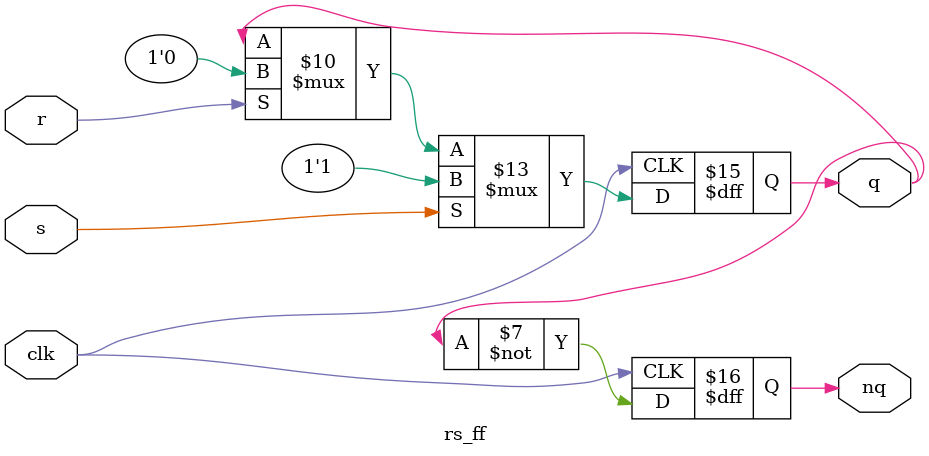
<source format=v>
module rs_ff(clk, r,s,q,nq);
input clk;
input r, s;
output reg q, nq;

always@(posedge clk)
begin
    if (s == 1)
    begin
        q<=1;
    end
    else if (r == 1)
    begin
        q<=0;
    end
    else if (s == 0 & r == 0)
    begin
        q <= q;
        nq <= nq;
    end
    nq<= ~q;
end
endmodule // rs_ff

</source>
